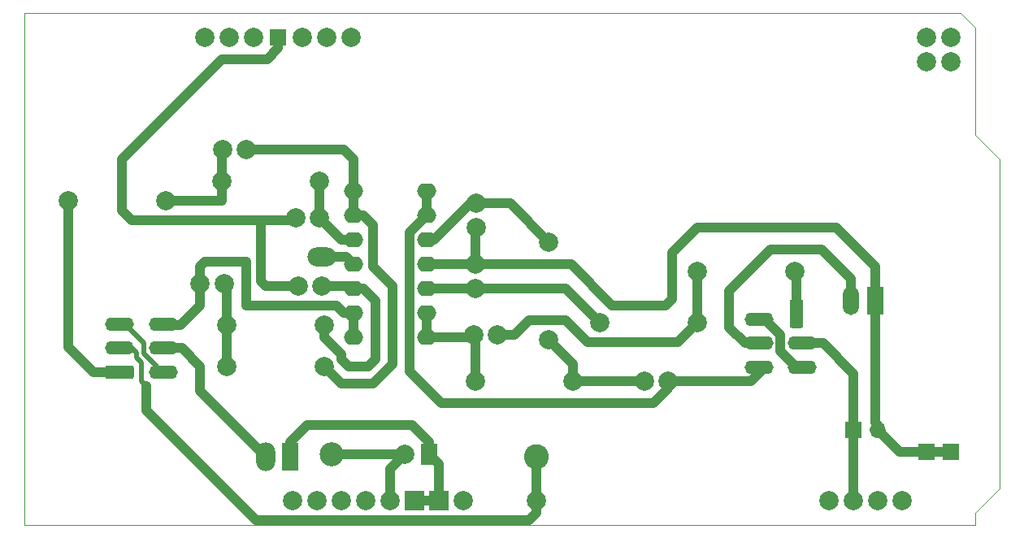
<source format=gbr>
%TF.GenerationSoftware,KiCad,Pcbnew,8.0.0-8.0.0-1~ubuntu22.04.1*%
%TF.CreationDate,2024-03-21T12:33:08-03:00*%
%TF.ProjectId,shield_filtro_v2,73686965-6c64-45f6-9669-6c74726f5f76,rev?*%
%TF.SameCoordinates,Original*%
%TF.FileFunction,Copper,L2,Bot*%
%TF.FilePolarity,Positive*%
%FSLAX46Y46*%
G04 Gerber Fmt 4.6, Leading zero omitted, Abs format (unit mm)*
G04 Created by KiCad (PCBNEW 8.0.0-8.0.0-1~ubuntu22.04.1) date 2024-03-21 12:33:08*
%MOMM*%
%LPD*%
G01*
G04 APERTURE LIST*
G04 Aperture macros list*
%AMRoundRect*
0 Rectangle with rounded corners*
0 $1 Rounding radius*
0 $2 $3 $4 $5 $6 $7 $8 $9 X,Y pos of 4 corners*
0 Add a 4 corners polygon primitive as box body*
4,1,4,$2,$3,$4,$5,$6,$7,$8,$9,$2,$3,0*
0 Add four circle primitives for the rounded corners*
1,1,$1+$1,$2,$3*
1,1,$1+$1,$4,$5*
1,1,$1+$1,$6,$7*
1,1,$1+$1,$8,$9*
0 Add four rect primitives between the rounded corners*
20,1,$1+$1,$2,$3,$4,$5,0*
20,1,$1+$1,$4,$5,$6,$7,0*
20,1,$1+$1,$6,$7,$8,$9,0*
20,1,$1+$1,$8,$9,$2,$3,0*%
G04 Aperture macros list end*
%TA.AperFunction,ComponentPad*%
%ADD10C,2.000000*%
%TD*%
%TA.AperFunction,ComponentPad*%
%ADD11R,2.000000X2.000000*%
%TD*%
%TA.AperFunction,ComponentPad*%
%ADD12RoundRect,0.250000X1.250000X-0.450000X1.250000X0.450000X-1.250000X0.450000X-1.250000X-0.450000X0*%
%TD*%
%TA.AperFunction,ComponentPad*%
%ADD13O,3.000000X1.400000*%
%TD*%
%TA.AperFunction,ComponentPad*%
%ADD14R,1.700000X3.000000*%
%TD*%
%TA.AperFunction,ComponentPad*%
%ADD15O,1.700000X3.000000*%
%TD*%
%TA.AperFunction,ComponentPad*%
%ADD16RoundRect,0.250000X-0.450000X1.250000X-0.450000X-1.250000X0.450000X-1.250000X0.450000X1.250000X0*%
%TD*%
%TA.AperFunction,ComponentPad*%
%ADD17R,1.700000X2.200000*%
%TD*%
%TA.AperFunction,ComponentPad*%
%ADD18R,1.700000X1.700000*%
%TD*%
%TA.AperFunction,ComponentPad*%
%ADD19O,1.700000X1.700000*%
%TD*%
%TA.AperFunction,ComponentPad*%
%ADD20C,2.600000*%
%TD*%
%TA.AperFunction,ComponentPad*%
%ADD21O,2.000000X3.000000*%
%TD*%
%TA.AperFunction,ComponentPad*%
%ADD22C,2.500000*%
%TD*%
%TA.AperFunction,ComponentPad*%
%ADD23R,1.727200X1.727200*%
%TD*%
%TA.AperFunction,ComponentPad*%
%ADD24O,3.000000X2.000000*%
%TD*%
%TA.AperFunction,ComponentPad*%
%ADD25O,2.000000X1.600000*%
%TD*%
%TA.AperFunction,Conductor*%
%ADD26C,0.500000*%
%TD*%
%TA.AperFunction,Conductor*%
%ADD27C,1.000000*%
%TD*%
%TA.AperFunction,Profile*%
%ADD28C,0.050000*%
%TD*%
G04 APERTURE END LIST*
D10*
%TO.P,,*%
%TO.N,*%
X194310000Y-64008000D03*
%TD*%
%TO.P,,*%
%TO.N,*%
X126746000Y-61468000D03*
%TD*%
D11*
%TO.P,,GND1,GND*%
%TO.N,GND*%
X140970000Y-109728000D03*
%TD*%
D12*
%TO.P,SW1,1,A*%
%TO.N,Net-(SW1A-A)*%
X107699500Y-96346500D03*
D13*
%TO.P,SW1,2,B*%
%TO.N,/A1*%
X107699500Y-93846500D03*
%TO.P,SW1,3,C*%
%TO.N,Net-(SW1A-C)*%
X107699500Y-91346500D03*
%TO.P,SW1,4,A*%
%TO.N,Net-(SW1B-A)*%
X112199500Y-91346500D03*
%TO.P,SW1,5,B*%
%TO.N,Net-(A1Filt1-Pin_2)*%
X112199500Y-93846500D03*
%TO.P,SW1,6,C*%
%TO.N,Net-(SW1A-C)*%
X112199500Y-96346500D03*
%TD*%
D10*
%TO.P,,*%
%TO.N,*%
X186690000Y-109728000D03*
%TD*%
%TO.P,C8,1*%
%TO.N,Net-(C8-Pad1)*%
X162326000Y-97282000D03*
%TO.P,C8,2*%
%TO.N,Net-(SW2B-A)*%
X164826000Y-97282000D03*
%TD*%
%TO.P,R6,1*%
%TO.N,Net-(U1C--)*%
X144780000Y-97282000D03*
%TO.P,R6,2*%
%TO.N,Net-(C8-Pad1)*%
X154940000Y-97282000D03*
%TD*%
%TO.P,,*%
%TO.N,*%
X191770000Y-64008000D03*
%TD*%
D14*
%TO.P,DAC1Filt1,1,Pin_1*%
%TO.N,GND*%
X186441000Y-88900000D03*
D15*
%TO.P,DAC1Filt1,2,Pin_2*%
%TO.N,Net-(DAC1Filt1-Pin_2)*%
X183901000Y-88900000D03*
%TD*%
D10*
%TO.P,,*%
%TO.N,*%
X133350000Y-109728000D03*
%TD*%
%TO.P,,*%
%TO.N,*%
X130810000Y-109728000D03*
%TD*%
%TO.P,R2,1*%
%TO.N,Net-(SW2A-A)*%
X178054000Y-85852000D03*
%TO.P,R2,2*%
%TO.N,Net-(C4-Pad1)*%
X167894000Y-85852000D03*
%TD*%
%TO.P,C1,1*%
%TO.N,Net-(U1A-+)*%
X128524000Y-80264000D03*
%TO.P,C1,2*%
%TO.N,GND*%
X126024000Y-80264000D03*
%TD*%
%TO.P,C3,1*%
%TO.N,Net-(C3-Pad1)*%
X118404000Y-73152000D03*
%TO.P,C3,2*%
%TO.N,Net-(U1A--)*%
X120904000Y-73152000D03*
%TD*%
%TO.P,,*%
%TO.N,*%
X143510000Y-109728000D03*
%TD*%
D16*
%TO.P,SW2,1,A*%
%TO.N,Net-(SW2A-A)*%
X178172500Y-90238500D03*
D13*
%TO.P,SW2,2,B*%
%TO.N,/DAC1*%
X178772500Y-93338500D03*
%TO.P,SW2,3,C*%
%TO.N,Net-(SW2A-C)*%
X178772500Y-95838500D03*
%TO.P,SW2,4,A*%
%TO.N,Net-(SW2B-A)*%
X174272500Y-95838500D03*
%TO.P,SW2,5,B*%
%TO.N,Net-(DAC1Filt1-Pin_2)*%
X174272500Y-93338500D03*
%TO.P,SW2,6,C*%
%TO.N,Net-(SW2A-C)*%
X174272500Y-90838500D03*
%TD*%
D10*
%TO.P,,*%
%TO.N,*%
X125730000Y-109728000D03*
%TD*%
%TO.P,,*%
%TO.N,*%
X135890000Y-109728000D03*
%TD*%
%TO.P,C5,1*%
%TO.N,Net-(U1B-+)*%
X128778000Y-87376000D03*
%TO.P,C5,2*%
%TO.N,GND*%
X126278000Y-87376000D03*
%TD*%
%TO.P,,*%
%TO.N,*%
X194310000Y-61468000D03*
%TD*%
%TO.P,R7,1*%
%TO.N,Net-(C7-Pad1)*%
X118872000Y-91440000D03*
%TO.P,R7,2*%
%TO.N,Net-(U1B-+)*%
X129032000Y-91440000D03*
%TD*%
%TO.P,,*%
%TO.N,*%
X128270000Y-109728000D03*
%TD*%
%TO.P,,*%
%TO.N,*%
X191770000Y-61468000D03*
%TD*%
%TO.P,R5,1*%
%TO.N,Net-(U1A--)*%
X129032000Y-95758000D03*
%TO.P,R5,2*%
%TO.N,Net-(C7-Pad1)*%
X118872000Y-95758000D03*
%TD*%
%TO.P,,*%
%TO.N,*%
X184150000Y-109728000D03*
%TD*%
%TO.P,R3,1*%
%TO.N,Net-(C3-Pad1)*%
X118364000Y-76454000D03*
%TO.P,R3,2*%
%TO.N,Net-(U1A-+)*%
X128524000Y-76454000D03*
%TD*%
D17*
%TO.P,Fuente +,1,Pin_1*%
%TO.N,GND*%
X139959000Y-104902000D03*
D10*
%TO.P,Fuente +,2,Pin_2*%
%TO.N,Vcc*%
X137419000Y-104902000D03*
%TD*%
%TO.P,,*%
%TO.N,*%
X189230000Y-109728000D03*
%TD*%
%TO.P,,*%
%TO.N,*%
X119126000Y-61468000D03*
%TD*%
%TO.P,,*%
%TO.N,*%
X116586000Y-61468000D03*
%TD*%
%TO.P,R4,1*%
%TO.N,Net-(C4-Pad1)*%
X167894000Y-91186000D03*
%TO.P,R4,2*%
%TO.N,Net-(U1C-+)*%
X157734000Y-91186000D03*
%TD*%
D18*
%TO.P,DAC1,1,Pin_1*%
%TO.N,/DAC1*%
X184150000Y-102362000D03*
D19*
%TO.P,DAC1,2,Pin_2*%
%TO.N,GND*%
X186690000Y-102362000D03*
%TD*%
D20*
%TO.P,A1,1,Pin_1*%
%TO.N,/A1*%
X151130000Y-105156000D03*
%TD*%
D10*
%TO.P,C6,1*%
%TO.N,Net-(U1D-+)*%
X144800000Y-78760000D03*
%TO.P,C6,2*%
%TO.N,GND*%
X144800000Y-81260000D03*
%TD*%
D14*
%TO.P,A1Filt1,1,Pin_1*%
%TO.N,GND*%
X125476000Y-105156000D03*
D21*
%TO.P,A1Filt1,2,Pin_2*%
%TO.N,Net-(A1Filt1-Pin_2)*%
X122936000Y-105156000D03*
%TD*%
D10*
%TO.P,,*%
%TO.N,*%
X131826000Y-61468000D03*
%TD*%
%TO.P,,*%
%TO.N,*%
X151130000Y-109728000D03*
%TD*%
%TO.P,,*%
%TO.N,*%
X181610000Y-109728000D03*
%TD*%
%TO.P,R1,1*%
%TO.N,Net-(SW1A-A)*%
X102362000Y-78486000D03*
%TO.P,R1,2*%
%TO.N,Net-(C3-Pad1)*%
X112522000Y-78486000D03*
%TD*%
D22*
%TO.P,Vcc,1*%
%TO.N,Vcc*%
X129794000Y-104902000D03*
%TD*%
D10*
%TO.P,R8,1*%
%TO.N,Net-(C8-Pad1)*%
X152400000Y-92964000D03*
%TO.P,R8,2*%
%TO.N,Net-(U1D-+)*%
X152400000Y-82804000D03*
%TD*%
D23*
%TO.P,,GND1,GND*%
%TO.N,GND*%
X191770000Y-104648000D03*
%TD*%
D10*
%TO.P,,*%
%TO.N,*%
X121666000Y-61468000D03*
%TD*%
%TO.P,C4,1*%
%TO.N,Net-(C4-Pad1)*%
X147066000Y-92456000D03*
%TO.P,C4,2*%
%TO.N,Net-(U1C--)*%
X144566000Y-92456000D03*
%TD*%
D24*
%TO.P,,1*%
%TO.N,Vcc*%
X128778000Y-84328000D03*
%TD*%
D23*
%TO.P,,GND1,GND*%
%TO.N,GND*%
X124206000Y-61468000D03*
%TD*%
D10*
%TO.P,C2,1*%
%TO.N,Net-(U1C-+)*%
X144760000Y-87610000D03*
%TO.P,C2,2*%
%TO.N,GND*%
X144760000Y-85110000D03*
%TD*%
%TO.P,,*%
%TO.N,*%
X129286000Y-61468000D03*
%TD*%
D11*
%TO.P,,GND1,GND*%
%TO.N,GND*%
X138430000Y-109728000D03*
%TD*%
D25*
%TO.P,U1,1*%
%TO.N,Net-(U1A--)*%
X132080000Y-77470000D03*
%TO.P,U1,2,-*%
X132080000Y-80010000D03*
%TO.P,U1,3,+*%
%TO.N,Net-(U1A-+)*%
X132080000Y-82550000D03*
%TO.P,U1,4,V+*%
%TO.N,Vcc*%
X132080000Y-85090000D03*
%TO.P,U1,5,+*%
%TO.N,Net-(U1B-+)*%
X132080000Y-87630000D03*
%TO.P,U1,6,-*%
%TO.N,Net-(SW1B-A)*%
X132080000Y-90170000D03*
%TO.P,U1,7*%
X132080000Y-92710000D03*
%TO.P,U1,8*%
%TO.N,Net-(U1C--)*%
X139700000Y-92710000D03*
%TO.P,U1,9,-*%
X139700000Y-90170000D03*
%TO.P,U1,10,+*%
%TO.N,Net-(U1C-+)*%
X139700000Y-87630000D03*
%TO.P,U1,11,V-*%
%TO.N,GND*%
X139700000Y-85090000D03*
%TO.P,U1,12,+*%
%TO.N,Net-(U1D-+)*%
X139700000Y-82550000D03*
%TO.P,U1,13,-*%
%TO.N,Net-(SW2B-A)*%
X139700000Y-80010000D03*
%TO.P,U1,14*%
X139700000Y-77470000D03*
%TD*%
D23*
%TO.P,,GND1,GND*%
%TO.N,GND*%
X194310000Y-104648000D03*
%TD*%
D10*
%TO.P,C7,1*%
%TO.N,Net-(C7-Pad1)*%
X118578000Y-87122000D03*
%TO.P,C7,2*%
%TO.N,Net-(SW1B-A)*%
X116078000Y-87122000D03*
%TD*%
D26*
%TO.N,/A1*%
X108959500Y-93846500D02*
X109474000Y-94361000D01*
X108299500Y-93846500D02*
X108959500Y-93846500D01*
X109982000Y-95377000D02*
X109982000Y-97282000D01*
D27*
X151130000Y-111041600D02*
X151130000Y-109728000D01*
X151086400Y-111041600D02*
X150371089Y-111756911D01*
X150371089Y-111756911D02*
X121916911Y-111756911D01*
D26*
X151130000Y-111041600D02*
X151086400Y-111041600D01*
X109474000Y-94869000D02*
X109982000Y-95377000D01*
D27*
X121916911Y-111756911D02*
X110490000Y-100330000D01*
D26*
X109982000Y-97282000D02*
X110490000Y-97790000D01*
X109474000Y-94361000D02*
X109474000Y-94869000D01*
D27*
X151130000Y-109728000D02*
X151130000Y-105156000D01*
X110490000Y-100330000D02*
X110490000Y-97790000D01*
%TO.N,GND*%
X123063000Y-63754000D02*
X124206000Y-62611000D01*
X138430000Y-109728000D02*
X140970000Y-109728000D01*
X154706000Y-85110000D02*
X144760000Y-85110000D01*
X140970000Y-105913000D02*
X139959000Y-104902000D01*
X165227000Y-88773000D02*
X164592000Y-89408000D01*
X107950000Y-79502000D02*
X107950000Y-74168000D01*
X108966000Y-80518000D02*
X107950000Y-79502000D01*
X139959000Y-104902000D02*
X139959000Y-103637000D01*
X122428000Y-80518000D02*
X108966000Y-80518000D01*
X186690000Y-102362000D02*
X186690000Y-101854000D01*
X186441000Y-88900000D02*
X186441000Y-85349000D01*
X182372000Y-81280000D02*
X167894000Y-81280000D01*
X188976000Y-104648000D02*
X191770000Y-104648000D01*
X125730000Y-80264000D02*
X126024000Y-80264000D01*
X144760000Y-81300000D02*
X144800000Y-81260000D01*
X126278000Y-87376000D02*
X122936000Y-87376000D01*
X165227000Y-83947000D02*
X165227000Y-88773000D01*
X124206000Y-62611000D02*
X124206000Y-61468000D01*
X186690000Y-102362000D02*
X188976000Y-104648000D01*
X167894000Y-81280000D02*
X165227000Y-83947000D01*
X164592000Y-89408000D02*
X159004000Y-89408000D01*
X159004000Y-89408000D02*
X154706000Y-85110000D01*
X138176000Y-101854000D02*
X127254000Y-101854000D01*
X122428000Y-86868000D02*
X122428000Y-80518000D01*
X125476000Y-103632000D02*
X125476000Y-105156000D01*
X107950000Y-74168000D02*
X118364000Y-63754000D01*
X186441000Y-101605000D02*
X186441000Y-88900000D01*
X118364000Y-63754000D02*
X123063000Y-63754000D01*
X122936000Y-87376000D02*
X122428000Y-86868000D01*
X139959000Y-103637000D02*
X138176000Y-101854000D01*
X139700000Y-85090000D02*
X144740000Y-85090000D01*
X186441000Y-85349000D02*
X182372000Y-81280000D01*
X144760000Y-85110000D02*
X144760000Y-81300000D01*
X191770000Y-104648000D02*
X194310000Y-104648000D01*
X127254000Y-101854000D02*
X125476000Y-103632000D01*
X140970000Y-109728000D02*
X140970000Y-105913000D01*
X126024000Y-80264000D02*
X125770000Y-80518000D01*
X125770000Y-80518000D02*
X122428000Y-80518000D01*
X144740000Y-85090000D02*
X144760000Y-85110000D01*
X186690000Y-101854000D02*
X186441000Y-101605000D01*
%TO.N,Net-(A1Filt1-Pin_2)*%
X122936000Y-105156000D02*
X116078000Y-98298000D01*
X116078000Y-95758000D02*
X114166500Y-93846500D01*
X116078000Y-98298000D02*
X116078000Y-95758000D01*
X114166500Y-93846500D02*
X111599500Y-93846500D01*
%TO.N,/DAC1*%
X184150000Y-109728000D02*
X184150000Y-96520000D01*
X184150000Y-96520000D02*
X180968500Y-93338500D01*
X180968500Y-93338500D02*
X178172500Y-93338500D01*
%TO.N,Vcc*%
X129794000Y-105156000D02*
X130048000Y-104902000D01*
X135890000Y-106431000D02*
X137419000Y-104902000D01*
X135890000Y-109728000D02*
X135890000Y-106431000D01*
X128778000Y-84328000D02*
X131318000Y-84328000D01*
X130048000Y-104902000D02*
X137419000Y-104902000D01*
X131318000Y-84328000D02*
X132080000Y-85090000D01*
%TO.N,Net-(U1A-+)*%
X130810000Y-82550000D02*
X128524000Y-80264000D01*
X132080000Y-82550000D02*
X130810000Y-82550000D01*
X128524000Y-80264000D02*
X128524000Y-76454000D01*
%TO.N,Net-(U1C-+)*%
X157734000Y-91186000D02*
X154178000Y-87630000D01*
X144760000Y-87610000D02*
X139720000Y-87610000D01*
X139720000Y-87610000D02*
X139700000Y-87630000D01*
X154178000Y-87630000D02*
X153162000Y-87630000D01*
X153142000Y-87610000D02*
X144760000Y-87610000D01*
X153162000Y-87630000D02*
X153142000Y-87610000D01*
%TO.N,Net-(C3-Pad1)*%
X112522000Y-78486000D02*
X118364000Y-78486000D01*
X118364000Y-78486000D02*
X118364000Y-73192000D01*
X118364000Y-73192000D02*
X118404000Y-73152000D01*
%TO.N,Net-(U1A--)*%
X134112000Y-85344000D02*
X134112000Y-81026000D01*
X132080000Y-77470000D02*
X132080000Y-80010000D01*
X133096000Y-80010000D02*
X132080000Y-80010000D01*
X132080000Y-77470000D02*
X132080000Y-74168000D01*
X131064000Y-73152000D02*
X120904000Y-73152000D01*
X134112000Y-97536000D02*
X136144000Y-95504000D01*
X136144000Y-95504000D02*
X136144000Y-87376000D01*
X134112000Y-81026000D02*
X133096000Y-80010000D01*
X129032000Y-95758000D02*
X130810000Y-97536000D01*
X130810000Y-97536000D02*
X134112000Y-97536000D01*
X132080000Y-74168000D02*
X131064000Y-73152000D01*
X136144000Y-87376000D02*
X134112000Y-85344000D01*
%TO.N,Net-(U1C--)*%
X139700000Y-90170000D02*
X139700000Y-92710000D01*
X139700000Y-92710000D02*
X144312000Y-92710000D01*
X144312000Y-92710000D02*
X144566000Y-92456000D01*
X144780000Y-92670000D02*
X144566000Y-92456000D01*
X144780000Y-97282000D02*
X144780000Y-92670000D01*
%TO.N,Net-(C4-Pad1)*%
X156464000Y-93218000D02*
X165862000Y-93218000D01*
X148844000Y-92456000D02*
X150368000Y-90932000D01*
X154178000Y-90932000D02*
X156464000Y-93218000D01*
X167894000Y-85852000D02*
X167894000Y-91186000D01*
X165862000Y-93218000D02*
X167894000Y-91186000D01*
X150368000Y-90932000D02*
X154178000Y-90932000D01*
X147066000Y-92456000D02*
X148844000Y-92456000D01*
%TO.N,Net-(U1B-+)*%
X134366000Y-88900000D02*
X134366000Y-94996000D01*
X133096000Y-87630000D02*
X134366000Y-88900000D01*
X131826000Y-87376000D02*
X132080000Y-87630000D01*
X129032000Y-92710000D02*
X129032000Y-91440000D01*
X128778000Y-87376000D02*
X131826000Y-87376000D01*
X131572000Y-95758000D02*
X130810000Y-94996000D01*
X130810000Y-94996000D02*
X130810000Y-94488000D01*
X130810000Y-94488000D02*
X129032000Y-92710000D01*
X134366000Y-94996000D02*
X133604000Y-95758000D01*
X132080000Y-87630000D02*
X133096000Y-87630000D01*
X133604000Y-95758000D02*
X131572000Y-95758000D01*
%TO.N,Net-(U1D-+)*%
X148356000Y-78760000D02*
X152400000Y-82804000D01*
X144252000Y-78760000D02*
X144800000Y-78760000D01*
X139700000Y-82550000D02*
X140462000Y-82550000D01*
X140462000Y-82550000D02*
X144252000Y-78760000D01*
X144800000Y-78760000D02*
X148356000Y-78760000D01*
%TO.N,Net-(C7-Pad1)*%
X118872000Y-87416000D02*
X118578000Y-87122000D01*
X118872000Y-91440000D02*
X118872000Y-95758000D01*
X118872000Y-91440000D02*
X118872000Y-87416000D01*
%TO.N,Net-(SW1B-A)*%
X116586000Y-84836000D02*
X116078000Y-85344000D01*
X130302000Y-89408000D02*
X120904000Y-89408000D01*
X116078000Y-85344000D02*
X116078000Y-87122000D01*
X132080000Y-90170000D02*
X132080000Y-92710000D01*
X120904000Y-84836000D02*
X116586000Y-84836000D01*
X112983000Y-91440000D02*
X112889500Y-91346500D01*
X116078000Y-89408000D02*
X114046000Y-91440000D01*
X120904000Y-89408000D02*
X120904000Y-84836000D01*
X114046000Y-91440000D02*
X112983000Y-91440000D01*
X131064000Y-90170000D02*
X130302000Y-89408000D01*
X112889500Y-91346500D02*
X111599500Y-91346500D01*
X116078000Y-87122000D02*
X116078000Y-89408000D01*
X132080000Y-90170000D02*
X131064000Y-90170000D01*
%TO.N,Net-(SW2B-A)*%
X137922000Y-96266000D02*
X141224000Y-99568000D01*
X173429000Y-97282000D02*
X164826000Y-97282000D01*
X164826000Y-98064000D02*
X164826000Y-97282000D01*
X163322000Y-99568000D02*
X164826000Y-98064000D01*
X137922000Y-81788000D02*
X137922000Y-96266000D01*
X139700000Y-80010000D02*
X137922000Y-81788000D01*
X141224000Y-99568000D02*
X163322000Y-99568000D01*
X139700000Y-77470000D02*
X139700000Y-80010000D01*
X174872500Y-95838500D02*
X173429000Y-97282000D01*
%TO.N,Net-(C8-Pad1)*%
X154940000Y-97282000D02*
X162326000Y-97282000D01*
X154940000Y-95504000D02*
X152400000Y-92964000D01*
X154940000Y-97282000D02*
X154940000Y-95504000D01*
%TO.N,Net-(DAC1Filt1-Pin_2)*%
X183901000Y-88900000D02*
X183901000Y-86619000D01*
X183901000Y-86619000D02*
X180848000Y-83566000D01*
X180848000Y-83566000D02*
X175514000Y-83566000D01*
X171196000Y-87884000D02*
X171196000Y-91694000D01*
X171196000Y-91694000D02*
X172840500Y-93338500D01*
X175514000Y-83566000D02*
X171196000Y-87884000D01*
X172840500Y-93338500D02*
X174872500Y-93338500D01*
%TO.N,Net-(SW1A-A)*%
X102362000Y-93726000D02*
X102362000Y-78232000D01*
X104982500Y-96346500D02*
X102362000Y-93726000D01*
X108299500Y-96346500D02*
X104982500Y-96346500D01*
%TO.N,Net-(SW2A-A)*%
X178172500Y-90838500D02*
X178172500Y-85970500D01*
X178172500Y-85970500D02*
X178054000Y-85852000D01*
D26*
%TO.N,Net-(SW1A-C)*%
X111599500Y-96346500D02*
X111599500Y-95724500D01*
X110249500Y-93296500D02*
X108299500Y-91346500D01*
X111599500Y-95724500D02*
X110249500Y-94374500D01*
X110249500Y-94374500D02*
X110249500Y-93296500D01*
D27*
%TO.N,Net-(SW2A-C)*%
X174872500Y-90838500D02*
X176530000Y-92496000D01*
X176530000Y-94196000D02*
X178172500Y-95838500D01*
X176530000Y-92496000D02*
X176530000Y-94196000D01*
%TD*%
D28*
X196850000Y-110998000D02*
X196850000Y-112268000D01*
X196850000Y-112268000D02*
X97790000Y-112268000D01*
X196850000Y-71628000D02*
X199390000Y-74168000D01*
X199390000Y-108458000D02*
X196850000Y-110998000D01*
X199390000Y-74168000D02*
X199390000Y-108458000D01*
X97790000Y-58928000D02*
X195326000Y-58928000D01*
X97790000Y-112268000D02*
X97790000Y-58928000D01*
X195326000Y-58928000D02*
X196850000Y-60452000D01*
X196850000Y-60452000D02*
X196850000Y-71628000D01*
M02*

</source>
